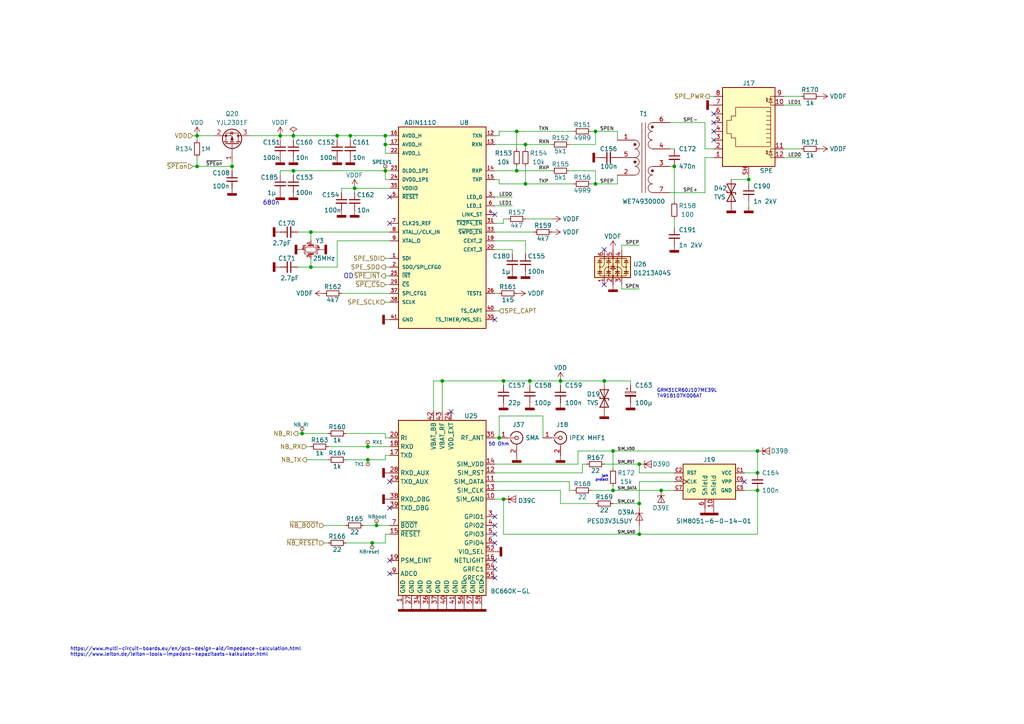
<source format=kicad_sch>
(kicad_sch (version 20211123) (generator eeschema)
  (paper "A4")
  (title_block (title "SOS Main") (date "2023-08-15") (rev "01.01") (comment 1 "CC BY 4.0"))
  (junction (at 67.31 48.26))
  (junction (at 172.72 53.34))
  (junction (at 111.76 41.91))
  (junction (at 146.05 110.49))
  (junction (at 175.26 110.49))
  (junction (at 109.22 152.4))
  (junction (at 195.58 48.26))
  (junction (at 106.68 133.35))
  (junction (at 217.17 52.07))
  (junction (at 153.67 110.49))
  (junction (at 149.86 38.1))
  (junction (at 146.05 144.78))
  (junction (at 219.71 137.16))
  (junction (at 97.79 39.37))
  (junction (at 90.17 67.31))
  (junction (at 149.86 49.53))
  (junction (at 185.42 134.62))
  (junction (at 111.76 39.37))
  (junction (at 162.56 110.49))
  (junction (at 191.77 142.24))
  (junction (at 90.17 77.47))
  (junction (at 152.4 53.34))
  (junction (at 185.42 146.05))
  (junction (at 144.78 127))
  (junction (at 219.71 142.24))
  (junction (at 177.8 130.81))
  (junction (at 85.09 39.37))
  (junction (at 219.71 130.81))
  (junction (at 57.15 39.37))
  (junction (at 101.6 39.37))
  (junction (at 111.76 49.53))
  (junction (at 177.8 142.24))
  (junction (at 81.28 39.37))
  (junction (at 185.42 154.94))
  (junction (at 128.27 110.49))
  (junction (at 87.63 125.73))
  (junction (at 85.09 49.53))
  (junction (at 152.4 41.91))
  (junction (at 57.15 48.26))
  (junction (at 107.95 157.48))
  (junction (at 102.87 54.61))
  (junction (at 106.68 129.54))
  (junction (at 172.72 38.1))
  (no_connect (at 143.51 154.94))
  (no_connect (at 175.26 72.39))
  (no_connect (at 207.01 33.02))
  (no_connect (at 113.03 139.7))
  (no_connect (at 207.01 40.64))
  (no_connect (at 113.03 64.77))
  (no_connect (at 143.51 62.23))
  (no_connect (at 113.03 57.15))
  (no_connect (at 130.81 119.38))
  (no_connect (at 143.51 167.64))
  (no_connect (at 207.01 35.56))
  (no_connect (at 207.01 38.1))
  (no_connect (at 175.26 82.55))
  (no_connect (at 215.9 139.7))
  (no_connect (at 143.51 152.4))
  (no_connect (at 113.03 147.32))
  (no_connect (at 143.51 157.48))
  (no_connect (at 113.03 166.37))
  (no_connect (at 143.51 165.1))
  (no_connect (at 143.51 162.56))
  (no_connect (at 143.51 149.86))
  (no_connect (at 113.03 162.56))
  (no_connect (at 143.51 92.71))
  (wire (pts (xy 111.76 82.55) (xy 113.03 82.55)))
  (wire (pts (xy 166.37 38.1) (xy 149.86 38.1)))
  (wire (pts (xy 179.07 53.34) (xy 179.07 50.8)))
  (wire (pts (xy 85.09 49.53) (xy 111.76 49.53)))
  (wire (pts (xy 55.88 48.26) (xy 57.15 48.26)))
  (wire (pts (xy 204.47 43.18) (xy 207.01 43.18)))
  (wire (pts (xy 88.9 133.35) (xy 95.25 133.35)))
  (wire (pts (xy 215.9 137.16) (xy 219.71 137.16)))
  (wire (pts (xy 146.05 110.49) (xy 146.05 111.76)))
  (wire (pts (xy 111.76 125.73) (xy 111.76 127)))
  (wire (pts (xy 128.27 110.49) (xy 146.05 110.49)))
  (wire (pts (xy 148.59 72.39) (xy 143.51 72.39)))
  (wire (pts (xy 128.27 110.49) (xy 128.27 119.38)))
  (wire (pts (xy 165.1 142.24) (xy 165.1 139.7)))
  (wire (pts (xy 227.33 27.94) (xy 232.41 27.94)))
  (wire (pts (xy 143.51 52.07) (xy 144.78 52.07)))
  (wire (pts (xy 113.03 52.07) (xy 111.76 52.07)))
  (wire (pts (xy 81.28 49.53) (xy 85.09 49.53)))
  (wire (pts (xy 143.51 49.53) (xy 149.86 49.53)))
  (wire (pts (xy 57.15 48.26) (xy 67.31 48.26)))
  (wire (pts (xy 146.05 63.5) (xy 146.05 64.77)))
  (wire (pts (xy 147.32 63.5) (xy 146.05 63.5)))
  (wire (pts (xy 152.4 53.34) (xy 144.78 53.34)))
  (wire (pts (xy 90.17 74.93) (xy 90.17 77.47)))
  (wire (pts (xy 162.56 146.05) (xy 162.56 142.24)))
  (wire (pts (xy 99.06 54.61) (xy 102.87 54.61)))
  (wire (pts (xy 109.22 152.4) (xy 113.03 152.4)))
  (wire (pts (xy 217.17 59.69) (xy 217.17 58.42)))
  (wire (pts (xy 175.26 110.49) (xy 182.88 110.49)))
  (wire (pts (xy 182.88 110.49) (xy 182.88 111.76)))
  (wire (pts (xy 217.17 52.07) (xy 217.17 50.8)))
  (wire (pts (xy 144.78 38.1) (xy 144.78 39.37)))
  (wire (pts (xy 149.86 38.1) (xy 144.78 38.1)))
  (wire (pts (xy 143.51 90.17) (xy 144.78 90.17)))
  (wire (pts (xy 100.33 133.35) (xy 106.68 133.35)))
  (wire (pts (xy 171.45 53.34) (xy 172.72 53.34)))
  (wire (pts (xy 175.26 110.49) (xy 175.26 111.76)))
  (wire (pts (xy 177.8 130.81) (xy 219.71 130.81)))
  (wire (pts (xy 171.45 142.24) (xy 177.8 142.24)))
  (wire (pts (xy 172.72 38.1) (xy 172.72 41.91)))
  (wire (pts (xy 194.31 55.88) (xy 204.47 55.88)))
  (wire (pts (xy 177.8 130.81) (xy 177.8 135.89)))
  (wire (pts (xy 97.79 69.85) (xy 113.03 69.85)))
  (wire (pts (xy 167.64 130.81) (xy 177.8 130.81)))
  (wire (pts (xy 219.71 130.81) (xy 219.71 137.16)))
  (wire (pts (xy 111.76 154.94) (xy 113.03 154.94)))
  (wire (pts (xy 125.73 110.49) (xy 128.27 110.49)))
  (wire (pts (xy 180.34 71.12) (xy 180.34 72.39)))
  (wire (pts (xy 180.34 82.55) (xy 180.34 83.82)))
  (wire (pts (xy 93.98 152.4) (xy 100.33 152.4)))
  (wire (pts (xy 185.42 154.94) (xy 219.71 154.94)))
  (wire (pts (xy 185.42 152.4) (xy 185.42 154.94)))
  (wire (pts (xy 99.06 55.88) (xy 99.06 54.61)))
  (wire (pts (xy 146.05 64.77) (xy 143.51 64.77)))
  (wire (pts (xy 72.39 39.37) (xy 81.28 39.37)))
  (wire (pts (xy 185.42 146.05) (xy 185.42 147.32)))
  (wire (pts (xy 81.28 50.8) (xy 81.28 49.53)))
  (wire (pts (xy 168.91 134.62) (xy 168.91 137.16)))
  (wire (pts (xy 170.18 134.62) (xy 168.91 134.62)))
  (wire (pts (xy 81.28 40.64) (xy 81.28 39.37)))
  (wire (pts (xy 162.56 110.49) (xy 175.26 110.49)))
  (wire (pts (xy 143.51 142.24) (xy 162.56 142.24)))
  (wire (pts (xy 148.59 73.66) (xy 148.59 72.39)))
  (wire (pts (xy 67.31 48.26) (xy 67.31 46.99)))
  (wire (pts (xy 146.05 144.78) (xy 146.05 154.94)))
  (wire (pts (xy 165.1 41.91) (xy 172.72 41.91)))
  (wire (pts (xy 111.76 39.37) (xy 113.03 39.37)))
  (wire (pts (xy 101.6 39.37) (xy 101.6 40.64)))
  (wire (pts (xy 143.51 39.37) (xy 144.78 39.37)))
  (wire (pts (xy 185.42 71.12) (xy 180.34 71.12)))
  (wire (pts (xy 177.8 146.05) (xy 185.42 146.05)))
  (wire (pts (xy 152.4 48.26) (xy 152.4 53.34)))
  (wire (pts (xy 172.72 146.05) (xy 162.56 146.05)))
  (wire (pts (xy 185.42 139.7) (xy 195.58 139.7)))
  (wire (pts (xy 204.47 35.56) (xy 204.47 43.18)))
  (wire (pts (xy 194.31 43.18) (xy 195.58 43.18)))
  (wire (pts (xy 57.15 45.72) (xy 57.15 48.26)))
  (wire (pts (xy 86.36 125.73) (xy 87.63 125.73)))
  (wire (pts (xy 149.86 49.53) (xy 160.02 49.53)))
  (wire (pts (xy 146.05 110.49) (xy 153.67 110.49)))
  (wire (pts (xy 171.45 38.1) (xy 172.72 38.1)))
  (wire (pts (xy 87.63 125.73) (xy 95.25 125.73)))
  (wire (pts (xy 97.79 40.64) (xy 97.79 39.37)))
  (wire (pts (xy 88.9 129.54) (xy 90.17 129.54)))
  (wire (pts (xy 227.33 30.48) (xy 232.41 30.48)))
  (wire (pts (xy 109.22 151.13) (xy 109.22 152.4)))
  (wire (pts (xy 85.09 39.37) (xy 85.09 40.64)))
  (wire (pts (xy 143.51 57.15) (xy 148.59 57.15)))
  (wire (pts (xy 106.68 129.54) (xy 113.03 129.54)))
  (wire (pts (xy 85.09 49.53) (xy 85.09 50.8)))
  (wire (pts (xy 217.17 52.07) (xy 217.17 53.34)))
  (wire (pts (xy 204.47 55.88) (xy 204.47 45.72)))
  (wire (pts (xy 97.79 77.47) (xy 97.79 69.85)))
  (wire (pts (xy 106.68 133.35) (xy 106.68 134.62)))
  (wire (pts (xy 111.76 132.08) (xy 113.03 132.08)))
  (wire (pts (xy 227.33 45.72) (xy 232.41 45.72)))
  (wire (pts (xy 172.72 49.53) (xy 172.72 53.34)))
  (wire (pts (xy 152.4 69.85) (xy 143.51 69.85)))
  (wire (pts (xy 205.74 27.94) (xy 207.01 27.94)))
  (wire (pts (xy 111.76 52.07) (xy 111.76 49.53)))
  (wire (pts (xy 204.47 45.72) (xy 207.01 45.72)))
  (wire (pts (xy 179.07 38.1) (xy 179.07 40.64)))
  (wire (pts (xy 67.31 48.26) (xy 67.31 49.53)))
  (wire (pts (xy 102.87 54.61) (xy 113.03 54.61)))
  (wire (pts (xy 165.1 49.53) (xy 172.72 49.53)))
  (wire (pts (xy 157.48 127) (xy 157.48 120.65)))
  (wire (pts (xy 162.56 110.49) (xy 162.56 111.76)))
  (wire (pts (xy 177.8 142.24) (xy 177.8 140.97)))
  (wire (pts (xy 157.48 120.65) (xy 144.78 120.65)))
  (wire (pts (xy 111.76 80.01) (xy 113.03 80.01)))
  (wire (pts (xy 111.76 87.63) (xy 113.03 87.63)))
  (wire (pts (xy 111.76 77.47) (xy 113.03 77.47)))
  (wire (pts (xy 194.31 48.26) (xy 195.58 48.26)))
  (wire (pts (xy 143.51 85.09) (xy 144.78 85.09)))
  (wire (pts (xy 143.51 134.62) (xy 167.64 134.62)))
  (wire (pts (xy 111.76 157.48) (xy 111.76 154.94)))
  (wire (pts (xy 143.51 139.7) (xy 165.1 139.7)))
  (wire (pts (xy 143.51 137.16) (xy 168.91 137.16)))
  (wire (pts (xy 146.05 154.94) (xy 185.42 154.94)))
  (wire (pts (xy 99.06 85.09) (xy 113.03 85.09)))
  (wire (pts (xy 102.87 54.61) (xy 102.87 55.88)))
  (wire (pts (xy 172.72 53.34) (xy 179.07 53.34)))
  (wire (pts (xy 153.67 110.49) (xy 162.56 110.49)))
  (wire (pts (xy 113.03 44.45) (xy 111.76 44.45)))
  (wire (pts (xy 106.68 128.27) (xy 106.68 129.54)))
  (wire (pts (xy 57.15 39.37) (xy 62.23 39.37)))
  (wire (pts (xy 55.88 39.37) (xy 57.15 39.37)))
  (wire (pts (xy 152.4 73.66) (xy 152.4 69.85)))
  (wire (pts (xy 106.68 133.35) (xy 111.76 133.35)))
  (wire (pts (xy 143.51 144.78) (xy 146.05 144.78)))
  (wire (pts (xy 166.37 53.34) (xy 152.4 53.34)))
  (wire (pts (xy 144.78 53.34) (xy 144.78 52.07)))
  (wire (pts (xy 93.98 157.48) (xy 95.25 157.48)))
  (wire (pts (xy 227.33 43.18) (xy 232.41 43.18)))
  (wire (pts (xy 191.77 142.24) (xy 195.58 142.24)))
  (wire (pts (xy 57.15 39.37) (xy 57.15 40.64)))
  (wire (pts (xy 185.42 134.62) (xy 185.42 137.16)))
  (wire (pts (xy 195.58 63.5) (xy 195.58 66.04)))
  (wire (pts (xy 111.76 49.53) (xy 113.03 49.53)))
  (wire (pts (xy 111.76 48.26) (xy 111.76 49.53)))
  (wire (pts (xy 194.31 35.56) (xy 204.47 35.56)))
  (wire (pts (xy 111.76 133.35) (xy 111.76 132.08)))
  (wire (pts (xy 97.79 39.37) (xy 101.6 39.37)))
  (wire (pts (xy 149.86 48.26) (xy 149.86 49.53)))
  (wire (pts (xy 101.6 39.37) (xy 111.76 39.37)))
  (wire (pts (xy 167.64 134.62) (xy 167.64 130.81)))
  (wire (pts (xy 125.73 110.49) (xy 125.73 119.38)))
  (wire (pts (xy 177.8 142.24) (xy 191.77 142.24)))
  (wire (pts (xy 90.17 67.31) (xy 90.17 69.85)))
  (wire (pts (xy 100.33 125.73) (xy 111.76 125.73)))
  (wire (pts (xy 180.34 83.82) (xy 185.42 83.82)))
  (wire (pts (xy 105.41 152.4) (xy 109.22 152.4)))
  (wire (pts (xy 100.33 157.48) (xy 107.95 157.48)))
  (wire (pts (xy 212.09 52.07) (xy 217.17 52.07)))
  (wire (pts (xy 87.63 124.46) (xy 87.63 125.73)))
  (wire (pts (xy 86.36 67.31) (xy 90.17 67.31)))
  (wire (pts (xy 152.4 41.91) (xy 160.02 41.91)))
  (wire (pts (xy 215.9 142.24) (xy 219.71 142.24)))
  (wire (pts (xy 111.76 41.91) (xy 111.76 39.37)))
  (wire (pts (xy 152.4 63.5) (xy 160.02 63.5)))
  (wire (pts (xy 85.09 39.37) (xy 97.79 39.37)))
  (wire (pts (xy 195.58 48.26) (xy 195.58 58.42)))
  (wire (pts (xy 153.67 110.49) (xy 153.67 111.76)))
  (wire (pts (xy 175.26 134.62) (xy 185.42 134.62)))
  (wire (pts (xy 113.03 41.91) (xy 111.76 41.91)))
  (wire (pts (xy 185.42 146.05) (xy 185.42 139.7)))
  (wire (pts (xy 86.36 77.47) (xy 90.17 77.47)))
  (wire (pts (xy 107.95 157.48) (xy 107.95 158.75)))
  (wire (pts (xy 107.95 157.48) (xy 111.76 157.48)))
  (wire (pts (xy 111.76 44.45) (xy 111.76 41.91)))
  (wire (pts (xy 166.37 142.24) (xy 165.1 142.24)))
  (wire (pts (xy 149.86 38.1) (xy 149.86 43.18)))
  (wire (pts (xy 152.4 41.91) (xy 152.4 43.18)))
  (wire (pts (xy 144.78 120.65) (xy 144.78 127)))
  (wire (pts (xy 143.51 67.31) (xy 154.94 67.31)))
  (wire (pts (xy 143.51 127) (xy 144.78 127)))
  (wire (pts (xy 81.28 39.37) (xy 85.09 39.37)))
  (wire (pts (xy 111.76 127) (xy 113.03 127)))
  (wire (pts (xy 172.72 38.1) (xy 179.07 38.1)))
  (wire (pts (xy 90.17 67.31) (xy 113.03 67.31)))
  (wire (pts (xy 143.51 59.69) (xy 148.59 59.69)))
  (wire (pts (xy 219.71 142.24) (xy 219.71 154.94)))
  (wire (pts (xy 143.51 41.91) (xy 152.4 41.91)))
  (wire (pts (xy 185.42 137.16) (xy 195.58 137.16)))
  (wire (pts (xy 111.76 74.93) (xy 113.03 74.93)))
  (wire (pts (xy 95.25 129.54) (xy 106.68 129.54)))
  (wire (pts (xy 90.17 77.47) (xy 97.79 77.47)))
  (text "GRM31CR60J107ME39L\nT491B107K006AT" (at 190.5 115.57 0) (effects (font (size 1 1)) (justify left bottom)))
  (text "680n" (at 76.2 59.69 0) (effects (font (size 1.27 1.27)) (justify left bottom)))
  (text "jam\nprotect" (at 176.53 139.7 180) (effects (font (size 0.7 0.7)) (justify right bottom)))
  (text "https://www.multi-circuit-boards.eu/en/pcb-design-aid/impedance-calculation.html\nhttps://www.leiton.de/leiton-tools-impedanz-kapazitaets-kalkulator.html" (at 20.32 190.5 0) (effects (font (size 1 1)) (justify left bottom)))
  (text "OD" (at 99.568 81.026 0) (effects (font (size 1.4 1.4)) (justify left bottom)))
  (text "50 Ohm" (at 141.605 129.54 0) (effects (font (size 1 1)) (justify left bottom)))
  (label "LED1" (at 232.41 30.48 180) (effects (font (size 1 1))))
  (label "SPEN" (at 185.42 83.82 180) (effects (font (size 1 1))))
  (label "SPE-" (at 198.12 35.56 0) (effects (font (size 1 1))))
  (label "SPEP" (at 185.42 71.12 180) (effects (font (size 1 1))))
  (label "LED0" (at 148.59 57.15 180) (effects (font (size 1 1))))
  (label "TXP" (at 156.21 53.34 0) (effects (font (size 1 1))))
  (label "SPEN" (at 173.99 38.1 0) (effects (font (size 1 1))))
  (label "SIM_DATA" (at 179.07 142.24 0) (effects (font (size 0.8 0.8))))
  (label "SIM_CLK" (at 179.07 146.05 0) (effects (font (size 0.8 0.8))))
  (label "LED0" (at 232.41 45.72 180) (effects (font (size 1 1))))
  (label "RXN" (at 156.21 41.91 0) (effects (font (size 1 1))))
  (label "SPEP" (at 173.99 53.34 0) (effects (font (size 1 1))))
  (label "SIM_VDD" (at 179.07 130.81 0) (effects (font (size 0.8 0.8))))
  (label "SIM_RST" (at 179.07 134.62 0) (effects (font (size 0.8 0.8))))
  (label "RXP" (at 156.21 49.53 0) (effects (font (size 1 1))))
  (label "SPE+" (at 198.12 55.88 0) (effects (font (size 1 1))))
  (label "LED1" (at 148.59 59.69 180) (effects (font (size 1 1))))
  (label "TXN" (at 156.21 38.1 0) (effects (font (size 1 1))))
  (label "~{SPEon}" (at 59.69 48.26 0) (effects (font (size 1 1))))
  (label "SIM_GND" (at 179.07 154.94 0) (effects (font (size 0.8 0.8))))
  (hierarchical_label "NB_RI" (shape output) (at 86.36 125.73 180))
  (hierarchical_label "SPE_CAPT" (shape input) (at 144.78 90.17 0))
  (hierarchical_label "~{SPE_INT}" (shape output) (at 111.76 80.01 180))
  (hierarchical_label "SPE_SDO" (shape output) (at 111.76 77.47 180))
  (hierarchical_label "VDD" (shape input) (at 55.88 39.37 180))
  (hierarchical_label "NB_RX" (shape input) (at 88.9 129.54 180))
  (hierarchical_label "~{SPE_CS}" (shape input) (at 111.76 82.55 180))
  (hierarchical_label "SPE_SDI" (shape input) (at 111.76 74.93 180))
  (hierarchical_label "~{NB_RESET}" (shape input) (at 93.98 157.48 180))
  (hierarchical_label "NB_TX" (shape output) (at 88.9 133.35 180))
  (hierarchical_label "~{NB_BOOT}" (shape input) (at 93.98 152.4 180))
  (hierarchical_label "SPE_PWR" (shape output) (at 205.74 27.94 180))
  (hierarchical_label "SPE_SCLK" (shape input) (at 111.76 87.63 180))
  (hierarchical_label "~{SPEon}" (shape input) (at 55.88 48.26 180))
  (symbol (lib_id "power:GNDD") (at 175.26 119.38 0) (unit 1)
    (property "Reference" "#PWR0333" (effects hide))
    (property "Value" "GNDD" (effects hide))
  )
  (symbol (lib_id "SIM8051-6-0-14-01-X-REVD:SIM8051-6-0-14-01-X-REVD") (at 205.74 139.7 0) (unit 1)
    (property "Reference" "J19" (at 205.74 133.35 0))
    (property "Value" "SIM8051-6-0-14-01" (at 207.01 151.13 0))
    (property "Footprint" "GCT_SIM8051-6-0-14-01-X-REVD" (effects hide))
    (property "MANUFACTURER" "GCT" (effects hide))
  )
  (symbol (lib_id "Device:R_Small") (at 149.86 63.5 90) (unit 1)
    (property "Reference" "R157" (at 149.86 61.595 90))
    (property "Value" "4k7" (at 149.86 65.405 90))
    (property "Footprint" "Resistor_SMD:R_0603_1608Metric" (effects hide))
  )
  (symbol (lib_id "power:GNDD") (at 116.84 175.26 0) (unit 1)
    (property "Reference" "#PWR0321" (effects hide))
    (property "Value" "GNDD" (effects hide))
  )
  (symbol (lib_id "Connector:TestPoint_Small") (at 106.68 128.27 0) (unit 1)
    (property "Reference" "TP25" (effects hide))
    (property "Value" "RX1" (at 107.95 128.27 0) (effects (font (size 1 1)) (justify left)))
    (property "Footprint" "TestPoint:TestPoint_THTPad_D1.0mm_Drill0.5mm" (effects hide))
  )
  (symbol (lib_id "Device:R_Small") (at 175.26 146.05 90) (unit 1)
    (property "Reference" "R169" (at 175.26 144.145 90))
    (property "Value" "22" (at 175.26 147.955 90))
    (property "Footprint" "Resistor_SMD:R_0603_1608Metric" (effects hide))
  )
  (symbol (lib_id "Device:R_Small") (at 102.87 152.4 90) (unit 1)
    (property "Reference" "R165" (at 102.87 150.495 90))
    (property "Value" "22" (at 102.87 154.305 90))
    (property "Footprint" "Resistor_SMD:R_0603_1608Metric" (effects hide))
  )
  (symbol (lib_id "power:VDDF") (at 160.02 63.5 270) (unit 1)
    (property "Reference" "#PWR0289" (effects hide))
    (property "Value" "VDDF" (at 163.195 63.5 90) (effects (justify left)))
  )
  (symbol (lib_id "Device:C_Small") (at 176.53 45.72 90) (unit 1)
    (property "Reference" "C156" (at 179.07 43.18 90) (effects (justify left)))
    (property "Value" "100n" (at 179.07 48.26 90) (effects (justify left)))
    (property "Footprint" "Capacitor_SMD:C_0603_1608Metric" (effects hide))
  )
  (symbol (lib_id "Device:R_Small") (at 168.91 38.1 90) (unit 1)
    (property "Reference" "R151" (at 168.91 36.195 90))
    (property "Value" "49R9" (at 168.91 40.005 90))
    (property "Footprint" "Resistor_SMD:R_0603_1608Metric" (effects hide))
  )
  (symbol (lib_id "power:GNDD") (at 162.56 116.84 0) (unit 1)
    (property "Reference" "#PWR0314" (effects hide))
    (property "Value" "GNDD" (effects hide))
  )
  (symbol (lib_id "Device:C_Small") (at 146.05 114.3 0) (unit 1)
    (property "Reference" "C157" (at 147.32 111.76 0) (effects (justify left)))
    (property "Value" "22p" (at 147.32 116.84 0) (effects (justify left)))
    (property "Footprint" "Capacitor_SMD:C_0603_1608Metric" (effects hide))
  )
  (symbol (lib_id "power:GNDD") (at 87.63 72.39 270) (unit 1)
    (property "Reference" "#PWR0109" (effects hide))
    (property "Value" "GNDD" (effects hide))
  )
  (symbol (lib_id "power:VDD") (at 162.56 110.49 0) (mirror y) (unit 1)
    (property "Reference" "#PWR0307" (effects hide))
    (property "Value" "VDD" (at 160.655 106.68 0) (effects (justify right)))
  )
  (symbol (lib_id "Device:C_Small") (at 83.82 77.47 270) (unit 1)
    (property "Reference" "C171" (at 80.645 74.93 90) (effects (justify left)))
    (property "Value" "2.7pF" (at 81.28 80.645 90) (effects (justify left)))
    (property "Footprint" "Capacitor_SMD:C_0603_1608Metric" (effects hide))
  )
  (symbol (lib_id "Device:R_Small") (at 97.79 133.35 90) (unit 1)
    (property "Reference" "R164" (at 97.79 131.445 90))
    (property "Value" "1k" (at 97.79 135.255 90))
    (property "Footprint" "Resistor_SMD:R_0603_1608Metric" (effects hide))
  )
  (symbol (lib_id "power:GNDD") (at 102.87 60.96 0) (unit 1)
    (property "Reference" "#PWR0288" (effects hide))
    (property "Value" "GNDD" (effects hide))
  )
  (symbol (lib_id "power:GNDD") (at 207.01 30.48 270) (unit 1)
    (property "Reference" "#PWR016" (effects hide))
    (property "Value" "GNDD" (effects hide))
  )
  (symbol (lib_id "power:GNDD") (at 177.8 82.55 0) (unit 1)
    (property "Reference" "#PWR0302" (effects hide))
    (property "Value" "GNDD" (effects hide))
  )
  (symbol (lib_id "Device:C_Small") (at 85.09 53.34 0) (unit 1)
    (property "Reference" "C153" (at 85.725 51.435 0) (effects (justify left)))
    (property "Value" "100n" (at 85.725 55.88 0) (effects (justify left)))
    (property "Footprint" "Capacitor_SMD:C_0603_1608Metric" (effects hide))
  )
  (symbol (lib_id "Power_Protection:NUP4202") (at 177.8 77.47 0) (unit 1)
    (property "Reference" "U26" (at 183.642 76.6353 0) (effects (justify left)))
    (property "Value" "D1213A04S" (at 183.642 79.1722 0) (effects (justify left)))
    (property "Footprint" "Package_TO_SOT_SMD:SOT-363_SC-70-6" (effects hide))
    (property "Datasheet" "http://www.onsemi.com/pub_link/Collateral/NUP4202W1-D.PDF" (effects hide))
  )
  (symbol (lib_id "power:GNDD") (at 113.03 144.78 270) (unit 1)
    (property "Reference" "#PWR0329" (effects hide))
    (property "Value" "GNDD" (effects hide))
  )
  (symbol (lib_id "power:GNDD") (at 67.31 54.61 0) (unit 1)
    (property "Reference" "#PWR0299" (effects hide))
    (property "Value" "GNDD" (effects hide))
  )
  (symbol (lib_id "Power_Protection:PESD3V3L5UY") (at 222.25 130.81 0) (unit 2)
    (property "Reference" "D39" (at 223.52 130.81 0) (effects (justify left)))
    (property "Value" "PESD3V3L5UY" (effects hide))
    (property "Footprint" "Package_TO_SOT_SMD:SOT-363_SC-70-6" (effects hide))
    (property "Datasheet" "https://assets.nexperia.com/documents/data-sheet/PESDXL5UF_V_Y.pdf" (effects hide))
  )
  (symbol (lib_id "Device:C_Small") (at 97.79 43.18 0) (unit 1)
    (property "Reference" "C152" (at 92.075 41.275 0) (effects (justify left)))
    (property "Value" "100n" (at 92.71 45.72 0) (effects (justify left)))
    (property "Footprint" "Capacitor_SMD:C_0603_1608Metric" (effects hide))
  )
  (symbol (lib_id "power:GNDD") (at 153.67 116.84 0) (unit 1)
    (property "Reference" "#PWR0313" (effects hide))
    (property "Value" "GNDD" (effects hide))
  )
  (symbol (lib_id "power:GNDD") (at 121.92 175.26 0) (unit 1)
    (property "Reference" "#PWR0317" (effects hide))
    (property "Value" "GNDD" (effects hide))
  )
  (symbol (lib_id "Device:C_Small") (at 83.82 67.31 90) (unit 1)
    (property "Reference" "C170" (at 85.725 64.77 90) (effects (justify left)))
    (property "Value" "2.7pF" (at 84.455 70.485 90) (effects (justify left)))
    (property "Footprint" "Capacitor_SMD:C_0603_1608Metric" (effects hide))
  )
  (symbol (lib_id "Device:D_TVS") (at 175.26 115.57 90) (unit 1)
    (property "Reference" "D19" (at 170.18 114.3 90) (effects (justify right)))
    (property "Value" "TVS" (at 170.18 116.84 90) (effects (justify right)))
    (property "Footprint" "Diode_SMD:D_SMA" (effects hide))
  )
  (symbol (lib_id "power:GNDD") (at 127 175.26 0) (unit 1)
    (property "Reference" "#PWR0320" (effects hide))
    (property "Value" "GNDD" (effects hide))
  )
  (symbol (lib_id "Device:R_Small") (at 92.71 129.54 90) (unit 1)
    (property "Reference" "R163" (at 92.71 127.635 90))
    (property "Value" "1k" (at 92.71 131.445 90))
    (property "Footprint" "Resistor_SMD:R_0603_1608Metric" (effects hide))
  )
  (symbol (lib_id "power:GNDD") (at 162.56 132.08 0) (unit 1)
    (property "Reference" "#PWR0334" (effects hide))
    (property "Value" "GNDD" (effects hide))
  )
  (symbol (lib_id "power:GNDD") (at 97.79 45.72 0) (unit 1)
    (property "Reference" "#PWR0283" (effects hide))
    (property "Value" "GNDD" (effects hide))
  )
  (symbol (lib_id "power:GNDD") (at 129.54 175.26 0) (unit 1)
    (property "Reference" "#PWR0322" (effects hide))
    (property "Value" "GNDD" (effects hide))
  )
  (symbol (lib_id "power:GNDD") (at 212.09 59.69 0) (unit 1)
    (property "Reference" "#PWR0305" (effects hide))
    (property "Value" "GNDD" (effects hide))
  )
  (symbol (lib_id "power:VDDF") (at 93.98 85.09 90) (mirror x) (unit 1)
    (property "Reference" "#PWR0297" (effects hide))
    (property "Value" "VDDF" (at 90.805 85.09 90) (effects (justify left)))
  )
  (symbol (lib_id "power:GNDD") (at 207.01 147.32 0) (unit 1)
    (property "Reference" "#PWR0331" (effects hide))
    (property "Value" "GNDD" (effects hide))
  )
  (symbol (lib_id "power:VDDF") (at 149.86 85.09 270) (unit 1)
    (property "Reference" "#PWR0294" (effects hide))
    (property "Value" "VDDF" (at 153.035 85.09 90) (effects (justify left)))
  )
  (symbol (lib_id "Connector:TestPoint_Small") (at 111.76 48.26 0) (unit 1)
    (property "Reference" "TP31" (effects hide))
    (property "Value" "SPE1V1" (at 107.95 46.99 0) (effects (font (size 1 1)) (justify left)))
    (property "Footprint" "TestPoint:TestPoint_THTPad_D1.0mm_Drill0.5mm" (effects hide))
  )
  (symbol (lib_id "Device:R_Small") (at 162.56 49.53 90) (unit 1)
    (property "Reference" "R155" (at 162.56 47.625 90))
    (property "Value" "5k1" (at 162.56 51.435 90))
    (property "Footprint" "Resistor_SMD:R_0603_1608Metric" (effects hide))
  )
  (symbol (lib_id "power:GNDD") (at 137.16 175.26 0) (unit 1)
    (property "Reference" "#PWR0325" (effects hide))
    (property "Value" "GNDD" (effects hide))
  )
  (symbol (lib_id "power:GNDD") (at 113.03 92.71 270) (mirror x) (unit 1)
    (property "Reference" "#PWR0295" (effects hide))
    (property "Value" "GNDD" (effects hide))
  )
  (symbol (lib_id "Connector:8P8C_LED_Shielded") (at 217.17 38.1 0) (mirror y) (unit 1)
    (property "Reference" "J17" (at 217.17 24.13 0))
    (property "Value" "SPE" (at 222.25 49.53 0))
    (property "Footprint" "Connector_RJ:RJ45_Amphenol_RJHSE538X" (effects hide))
  )
  (symbol (lib_id "Device:C_Small") (at 81.28 53.34 0) (unit 1)
    (property "Reference" "C185" (at 75.565 51.435 0) (effects (justify left)))
    (property "Value" "1µ" (at 77.47 55.88 0) (effects (justify left)))
    (property "Footprint" "Capacitor_SMD:C_0805_2012Metric" (effects hide))
  )
  (symbol (lib_id "power:GNDD") (at 149.86 132.08 0) (unit 1)
    (property "Reference" "#PWR0330" (effects hide))
    (property "Value" "GNDD" (effects hide))
  )
  (symbol (lib_id "Device:R_Small") (at 157.48 67.31 90) (unit 1)
    (property "Reference" "R159" (at 157.48 65.405 90))
    (property "Value" "4k7" (at 157.48 69.215 90))
    (property "Footprint" "Resistor_SMD:R_0603_1608Metric" (effects hide))
  )
  (symbol (lib_id "power:GNDD") (at 85.09 55.88 0) (mirror y) (unit 1)
    (property "Reference" "#PWR0286" (effects hide))
    (property "Value" "GNDD" (effects hide))
  )
  (symbol (lib_id "Device:R_Small") (at 172.72 134.62 90) (unit 1)
    (property "Reference" "R167" (at 172.72 132.715 90))
    (property "Value" "22" (at 172.72 136.525 90))
    (property "Footprint" "Resistor_SMD:R_0603_1608Metric" (effects hide))
  )
  (symbol (lib_id "Device:R_Small") (at 234.95 43.18 90) (unit 1)
    (property "Reference" "R171" (at 234.95 41.275 90))
    (property "Value" "1k" (at 234.95 45.085 90))
    (property "Footprint" "Resistor_SMD:R_0603_1608Metric" (effects hide))
  )
  (symbol (lib_id "power:GNDD") (at 81.28 67.31 270) (unit 1)
    (property "Reference" "#PWR0102" (effects hide))
    (property "Value" "GNDD" (effects hide))
  )
  (symbol (lib_id "power:GNDD") (at 152.4 78.74 0) (unit 1)
    (property "Reference" "#PWR0293" (effects hide))
    (property "Value" "GNDD" (effects hide))
  )
  (symbol (lib_id "Device:R_Small") (at 234.95 27.94 90) (unit 1)
    (property "Reference" "R170" (at 234.95 26.035 90))
    (property "Value" "1k" (at 234.95 29.845 90))
    (property "Footprint" "Resistor_SMD:R_0603_1608Metric" (effects hide))
  )
  (symbol (lib_id "power:GNDD") (at 92.71 72.39 90) (unit 1)
    (property "Reference" "#PWR0291" (effects hide))
    (property "Value" "GNDD" (effects hide))
  )
  (symbol (lib_id "Device:C_Small") (at 152.4 76.2 0) (unit 1)
    (property "Reference" "C155" (at 153.035 74.295 0) (effects (justify left)))
    (property "Value" "100n" (at 153.035 78.74 0) (effects (justify left)))
    (property "Footprint" "Capacitor_SMD:C_0603_1608Metric" (effects hide))
  )
  (symbol (lib_id "Connector:Conn_Coaxial") (at 162.56 127 0) (unit 1)
    (property "Reference" "J18" (at 161.29 123.19 0) (effects (justify left)))
    (property "Value" "IPEX MHF1" (at 165.1 127 0) (effects (justify left)))
    (property "Footprint" "Connector_Coaxial:U.FL_Hirose_U.FL-R-SMT-1_Vertical" (effects hide))
    (property "Datasheet" " ~" (effects hide))
  )
  (symbol (lib_id "power:GNDD") (at 134.62 175.26 0) (unit 1)
    (property "Reference" "#PWR0323" (effects hide))
    (property "Value" "GNDD" (effects hide))
  )
  (symbol (lib_id "Device:C_Polarized_Small") (at 182.88 114.3 0) (unit 1)
    (property "Reference" "C163" (at 184.15 111.76 0) (effects (justify left)))
    (property "Value" "100µ" (at 184.15 116.84 0) (effects (justify left)))
    (property "Footprint" "Capacitor_SMD:C_1206_3216Metric" (effects hide))
  )
  (symbol (lib_id "Device:R_Small") (at 177.8 138.43 180) (unit 1)
    (property "Reference" "R172" (at 181.61 137.16 0))
    (property "Value" "15k" (at 181.61 139.7 0))
    (property "Footprint" "Resistor_SMD:R_0603_1608Metric" (effects hide))
  )
  (symbol (lib_id "Device:R_Small") (at 168.91 53.34 90) (unit 1)
    (property "Reference" "R156" (at 168.91 51.435 90))
    (property "Value" "49R9" (at 168.91 55.245 90))
    (property "Footprint" "Resistor_SMD:R_0603_1608Metric" (effects hide))
  )
  (symbol (lib_id "Connector:Conn_Coaxial") (at 149.86 127 0) (unit 1)
    (property "Reference" "J37" (at 148.59 123.19 0) (effects (justify left)))
    (property "Value" "SMA" (at 152.4 127 0) (effects (justify left)))
    (property "Footprint" "Connector_Coaxial:SMA_Wurth_60312002114503_Vertical" (effects hide))
    (property "Datasheet" " ~" (effects hide))
  )
  (symbol (lib_id "power:GNDD") (at 182.88 116.84 0) (unit 1)
    (property "Reference" "#PWR0315" (effects hide))
    (property "Value" "GNDD" (effects hide))
  )
  (symbol (lib_id "power:GNDD") (at 173.99 45.72 270) (unit 1)
    (property "Reference" "#PWR0271" (effects hide))
    (property "Value" "GNDD" (effects hide))
  )
  (symbol (lib_id "Device:R_Small") (at 147.32 85.09 90) (unit 1)
    (property "Reference" "R161" (at 147.32 83.185 90))
    (property "Value" "1k5" (at 147.32 86.995 90))
    (property "Footprint" "Resistor_SMD:R_0603_1608Metric" (effects hide))
  )
  (symbol (lib_id "power:GNDD") (at 139.7 175.26 0) (unit 1)
    (property "Reference" "#PWR0326" (effects hide))
    (property "Value" "GNDD" (effects hide))
  )
  (symbol (lib_id "power:PWR_FLAG") (at 85.09 39.37 0) (unit 1)
    (property "Reference" "#FLG0121" (effects hide))
    (property "Value" "PWR_FLAG" (effects hide))
  )
  (symbol (lib_id "power:GNDD") (at 195.58 71.12 0) (unit 1)
    (property "Reference" "#PWR0272" (effects hide))
    (property "Value" "GNDD" (effects hide))
  )
  (symbol (lib_id "power:GNDD") (at 143.51 160.02 90) (unit 1)
    (property "Reference" "#PWR0316" (effects hide))
    (property "Value" "GNDD" (effects hide))
  )
  (symbol (lib_id "Device:Crystal_GND24_Small") (at 90.17 72.39 270) (unit 1)
    (property "Reference" "Y3" (at 92.71 69.85 90))
    (property "Value" "25MHz" (at 93.98 74.93 90))
    (property "Footprint" "Crystal:Crystal_SMD_2520-4Pin_2.5x2.0mm" (effects hide))
  )
  (symbol (lib_id "Device:R_Small") (at 97.79 125.73 90) (unit 1)
    (property "Reference" "R160" (at 97.79 123.825 90))
    (property "Value" "1k" (at 97.79 127.635 90))
    (property "Footprint" "Resistor_SMD:R_0603_1608Metric" (effects hide))
  )
  (symbol (lib_id "power:VDD") (at 57.15 39.37 0) (mirror y) (unit 1)
    (property "Reference" "#PWR0327" (effects hide))
    (property "Value" "VDD" (at 55.245 35.56 0) (effects (justify right)))
  )
  (symbol (lib_id "Device:R_Small") (at 162.56 41.91 90) (unit 1)
    (property "Reference" "R152" (at 162.56 40.005 90))
    (property "Value" "5k1" (at 162.56 43.815 90))
    (property "Footprint" "Resistor_SMD:R_0603_1608Metric" (effects hide))
  )
  (symbol (lib_id "power:GNDD") (at 113.03 137.16 270) (unit 1)
    (property "Reference" "#PWR0328" (effects hide))
    (property "Value" "GNDD" (effects hide))
  )
  (symbol (lib_id "Device:Q_PMOS_GSD") (at 67.31 41.91 270) (mirror x) (unit 1)
    (property "Reference" "Q20" (at 67.31 33.02 90))
    (property "Value" "YJL2301F" (at 67.31 35.56 90))
    (property "Footprint" "Package_TO_SOT_SMD:SOT-23" (effects hide))
  )
  (symbol (lib_id "power:VDDF") (at 177.8 72.39 0) (unit 1)
    (property "Reference" "#PWR0335" (effects hide))
    (property "Value" "VDDF" (at 175.26 68.58 0) (effects (justify left)))
  )
  (symbol (lib_id "Connector:TestPoint_Small") (at 107.95 158.75 0) (unit 1)
    (property "Reference" "TP34" (effects hide))
    (property "Value" "NBreset" (at 104.14 160.02 0) (effects (font (size 1 1)) (justify left)))
    (property "Footprint" "TestPoint:TestPoint_THTPad_D1.0mm_Drill0.5mm" (effects hide))
  )
  (symbol (lib_id "Power_Protection:PESD3V3L5UY") (at 185.42 149.86 270) (unit 1)
    (property "Reference" "D39" (at 179.07 148.59 90) (effects (justify left)))
    (property "Value" "PESD3V3L5UY" (at 170.18 151.13 90) (effects (justify left)))
    (property "Footprint" "Package_TO_SOT_SMD:SOT-363_SC-70-6" (effects hide))
    (property "Datasheet" "https://assets.nexperia.com/documents/data-sheet/PESDXL5UF_V_Y.pdf" (effects hide))
  )
  (symbol (lib_id "Device:C_Small") (at 67.31 52.07 0) (unit 1)
    (property "Reference" "C108" (at 61.595 50.165 0) (effects (justify left)))
    (property "Value" "100n" (at 61.595 53.975 0) (effects (justify left)))
    (property "Footprint" "Capacitor_SMD:C_0603_1608Metric" (effects hide))
  )
  (symbol (lib_id "power:VDDF") (at 102.87 54.61 0) (unit 1)
    (property "Reference" "#PWR0298" (effects hide))
    (property "Value" "VDDF" (at 100.33 50.8 0) (effects (justify left)))
  )
  (symbol (lib_id "power:GNDD") (at 148.59 78.74 0) (unit 1)
    (property "Reference" "#PWR0292" (effects hide))
    (property "Value" "GNDD" (effects hide))
  )
  (symbol (lib_id "power:VDDF") (at 237.49 27.94 270) (unit 1)
    (property "Reference" "#PWR0304" (effects hide))
    (property "Value" "VDDF" (at 240.665 27.94 90) (effects (justify left)))
  )
  (symbol (lib_id "power:VDDF") (at 237.49 43.18 270) (unit 1)
    (property "Reference" "#PWR0303" (effects hide))
    (property "Value" "VDDF" (at 240.665 43.18 90) (effects (justify left)))
  )
  (symbol (lib_id "power:GNDD") (at 81.28 45.72 0) (unit 1)
    (property "Reference" "#PWR0280" (effects hide))
    (property "Value" "GNDD" (effects hide))
  )
  (symbol (lib_id "Device:C_Small") (at 162.56 114.3 0) (unit 1)
    (property "Reference" "C159" (at 163.83 111.76 0) (effects (justify left)))
    (property "Value" "100n" (at 163.83 116.84 0) (effects (justify left)))
    (property "Footprint" "Capacitor_SMD:C_0603_1608Metric" (effects hide))
  )
  (symbol (lib_id "Device:R_Small") (at 168.91 142.24 90) (unit 1)
    (property "Reference" "R168" (at 168.91 140.335 90))
    (property "Value" "22" (at 168.91 144.145 90))
    (property "Footprint" "Resistor_SMD:R_0603_1608Metric" (effects hide))
  )
  (symbol (lib_id "Power_Protection:PESD3V3L5UY") (at 187.96 134.62 0) (unit 4)
    (property "Reference" "D39" (at 189.23 134.62 0) (effects (justify left)))
    (property "Value" "PESD3V3L5UY" (effects hide))
    (property "Footprint" "Package_TO_SOT_SMD:SOT-363_SC-70-6" (effects hide))
    (property "Datasheet" "https://assets.nexperia.com/documents/data-sheet/PESDXL5UF_V_Y.pdf" (effects hide))
  )
  (symbol (lib_id "Device:C_Small") (at 219.71 139.7 0) (unit 1)
    (property "Reference" "C164" (at 220.98 137.16 0) (effects (justify left)))
    (property "Value" "100n" (at 220.98 142.24 0) (effects (justify left)))
    (property "Footprint" "Capacitor_SMD:C_0603_1608Metric" (effects hide))
  )
  (symbol (lib_id "Device:C_Small") (at 217.17 55.88 0) (unit 1)
    (property "Reference" "C190" (at 218.44 53.975 0) (effects (justify left)))
    (property "Value" "1n 2kV" (at 218.44 58.42 0) (effects (justify left)))
    (property "Footprint" "Capacitor_SMD:C_1206_3216Metric" (effects hide))
  )
  (symbol (lib_id "Device:D_TVS") (at 212.09 55.88 90) (unit 1)
    (property "Reference" "D42" (at 207.01 54.61 90) (effects (justify right)))
    (property "Value" "TVS" (at 207.01 57.15 90) (effects (justify right)))
    (property "Footprint" "Diode_SMD:D_SMA" (effects hide))
  )
  (symbol (lib_id "power:GNDD") (at 81.28 55.88 0) (unit 1)
    (property "Reference" "#PWR0285" (effects hide))
    (property "Value" "GNDD" (effects hide))
  )
  (symbol (lib_id "Power_Protection:PESD3V3L5UY") (at 148.59 144.78 0) (unit 3)
    (property "Reference" "D39" (at 150.241 145.2138 0) (effects (justify left)))
    (property "Value" "PESD3V3L5UY" (effects hide))
    (property "Footprint" "Package_TO_SOT_SMD:SOT-363_SC-70-6" (effects hide))
    (property "Datasheet" "https://assets.nexperia.com/documents/data-sheet/PESDXL5UF_V_Y.pdf" (effects hide))
  )
  (symbol (lib_id "power:GNDD") (at 81.28 77.47 270) (unit 1)
    (property "Reference" "#PWR0101" (effects hide))
    (property "Value" "GNDD" (effects hide))
  )
  (symbol (lib_id "power:GNDD") (at 124.46 175.26 0) (unit 1)
    (property "Reference" "#PWR0319" (effects hide))
    (property "Value" "GNDD" (effects hide))
  )
  (symbol (lib_id "power:GNDD") (at 132.08 175.26 0) (unit 1)
    (property "Reference" "#PWR0324" (effects hide))
    (property "Value" "GNDD" (effects hide))
  )
  (symbol (lib_id "Device:R_Small") (at 57.15 43.18 180) (unit 1)
    (property "Reference" "R134" (at 53.34 43.18 0))
    (property "Value" "1M" (at 59.69 43.18 0))
    (property "Footprint" "Resistor_SMD:R_0805_2012Metric" (effects hide))
  )
  (symbol (lib_id "Device:R_Small") (at 152.4 45.72 180) (unit 1)
    (property "Reference" "R154" (at 156.21 44.45 0))
    (property "Value" "10k" (at 156.21 46.99 0))
    (property "Footprint" "Resistor_SMD:R_0603_1608Metric" (effects hide))
  )
  (symbol (lib_id "power:GNDD") (at 99.06 60.96 0) (unit 1)
    (property "Reference" "#PWR0287" (effects hide))
    (property "Value" "GNDD" (effects hide))
  )
  (symbol (lib_id "power:GNDD") (at 101.6 45.72 0) (unit 1)
    (property "Reference" "#PWR0284" (effects hide))
    (property "Value" "GNDD" (effects hide))
  )
  (symbol (lib_id "power:GNDD") (at 204.47 147.32 0) (unit 1)
    (property "Reference" "#PWR0332" (effects hide))
    (property "Value" "GNDD" (effects hide))
  )
  (symbol (lib_id "Device:C_Small") (at 81.28 43.18 0) (unit 1)
    (property "Reference" "C151" (at 76.2 41.275 0) (effects (justify left)))
    (property "Value" "100n" (at 76.2 45.72 0) (effects (justify left)))
    (property "Footprint" "Capacitor_SMD:C_0603_1608Metric" (effects hide))
  )
  (symbol (lib_id "ADIN1110:ADIN1110") (at 128.27 69.85 0) (unit 1)
    (property "Reference" "U8" (at 134.62 35.56 0))
    (property "Value" "ADIN1110" (at 121.92 35.56 0))
    (property "Footprint" "Package_DFN_QFN:HVQFN-40-1EP_6x6mm_P0.5mm_EP4.1x4.1mm" (effects hide))
    (property "PROD_ID" "IC-16335" (effects hide))
  )
  (symbol (lib_id "power:GNDD") (at 217.17 59.69 0) (unit 1)
    (property "Reference" "#PWR0306" (effects hide))
    (property "Value" "GNDD" (effects hide))
  )
  (symbol (lib_id "Device:C_Small") (at 99.06 58.42 0) (unit 1)
    (property "Reference" "C154" (at 93.345 56.515 0) (effects (justify left)))
    (property "Value" "100n" (at 93.98 60.96 0) (effects (justify left)))
    (property "Footprint" "Capacitor_SMD:C_0603_1608Metric" (effects hide))
  )
  (symbol (lib_id "Device:C_Small") (at 153.67 114.3 0) (unit 1)
    (property "Reference" "C158" (at 154.94 111.76 0) (effects (justify left)))
    (property "Value" "100p" (at 154.94 116.84 0) (effects (justify left)))
    (property "Footprint" "Capacitor_SMD:C_0603_1608Metric" (effects hide))
  )
  (symbol (lib_id "ADIN1110:Trafo_WE74930000") (at 186.69 45.72 0) (unit 1)
    (property "Reference" "T1" (at 186.69 33.02 0))
    (property "Value" "WE74930000" (at 186.69 58.42 0))
    (property "Footprint" "Join:Transformer_Wuerth_74930000" (effects hide))
  )
  (symbol (lib_id "power:GNDD") (at 119.38 175.26 0) (unit 1)
    (property "Reference" "#PWR0318" (effects hide))
    (property "Value" "GNDD" (effects hide))
  )
  (symbol (lib_id "Device:C_Small") (at 101.6 43.18 0) (mirror y) (unit 1)
    (property "Reference" "C161" (at 107.315 41.275 0) (effects (justify left)))
    (property "Value" "10n" (at 106.045 45.72 0) (effects (justify left)))
    (property "Footprint" "Capacitor_SMD:C_0603_1608Metric" (effects hide))
  )
  (symbol (lib_id "Device:C_Small") (at 195.58 68.58 0) (unit 1)
    (property "Reference" "C191" (at 196.85 66.675 0) (effects (justify left)))
    (property "Value" "1n 2kV" (at 196.85 71.12 0) (effects (justify left)))
    (property "Footprint" "Capacitor_SMD:C_1206_3216Metric" (effects hide))
  )
  (symbol (lib_id "Connector:TestPoint_Small") (at 109.22 151.13 0) (unit 1)
    (property "Reference" "TP33" (effects hide))
    (property "Value" "NBboot" (at 106.68 149.86 0) (effects (font (size 1 1)) (justify left)))
    (property "Footprint" "TestPoint:TestPoint_THTPad_D1.0mm_Drill0.5mm" (effects hide))
  )
  (symbol (lib_id "Device:R_Small") (at 149.86 45.72 180) (unit 1)
    (property "Reference" "R153" (at 146.05 44.45 0))
    (property "Value" "10k" (at 146.05 46.99 0))
    (property "Footprint" "Resistor_SMD:R_0603_1608Metric" (effects hide))
  )
  (symbol (lib_id "Device:R_Small") (at 96.52 85.09 270) (mirror x) (unit 1)
    (property "Reference" "R162" (at 96.52 83.185 90))
    (property "Value" "4k7" (at 96.52 86.995 90))
    (property "Footprint" "Resistor_SMD:R_0603_1608Metric" (effects hide))
  )
  (symbol (lib_id "Device:C_Small") (at 148.59 76.2 0) (unit 1)
    (property "Reference" "C180" (at 142.875 74.295 0) (effects (justify left)))
    (property "Value" "1µ" (at 145.415 78.74 0) (effects (justify left)))
    (property "Footprint" "Capacitor_SMD:C_0805_2012Metric" (effects hide))
  )
  (symbol (lib_id "Device:C_Small") (at 102.87 58.42 0) (mirror y) (unit 1)
    (property "Reference" "C162" (at 108.585 56.515 0) (effects (justify left)))
    (property "Value" "10n" (at 107.315 60.96 0) (effects (justify left)))
    (property "Footprint" "Capacitor_SMD:C_0603_1608Metric" (effects hide))
  )
  (symbol (lib_id "Power_Protection:PESD3V3L5UY") (at 191.77 144.78 270) (unit 5)
    (property "Reference" "D39" (at 189.23 147.32 90) (effects (justify left)))
    (property "Value" "PESD3V3L5UY" (effects hide))
    (property "Footprint" "Package_TO_SOT_SMD:SOT-363_SC-70-6" (effects hide))
    (property "Datasheet" "https://assets.nexperia.com/documents/data-sheet/PESDXL5UF_V_Y.pdf" (effects hide))
  )
  (symbol (lib_id "power:GNDD") (at 85.09 45.72 0) (unit 1)
    (property "Reference" "#PWR0282" (effects hide))
    (property "Value" "GNDD" (effects hide))
  )
  (symbol (lib_id "Connector:TestPoint_Small") (at 87.63 124.46 0) (unit 1)
    (property "Reference" "TP35" (effects hide))
    (property "Value" "NB_RI" (at 85.09 123.19 0) (effects (font (size 1 1)) (justify left)))
    (property "Footprint" "TestPoint:TestPoint_THTPad_D1.0mm_Drill0.5mm" (effects hide))
  )
  (symbol (lib_id "Device:C_Small") (at 195.58 45.72 0) (unit 1)
    (property "Reference" "C172" (at 196.85 43.18 0) (effects (justify left)))
    (property "Value" "470n" (at 196.85 48.26 0) (effects (justify left)))
    (property "Footprint" "Capacitor_SMD:C_0805_2012Metric" (effects hide))
  )
  (symbol (lib_id "Connector:TestPoint_Small") (at 106.68 134.62 0) (unit 1)
    (property "Reference" "TP24" (effects hide))
    (property "Value" "TX1" (at 102.87 134.62 0) (effects (font (size 1 1)) (justify left)))
    (property "Footprint" "TestPoint:TestPoint_THTPad_D1.0mm_Drill0.5mm" (effects hide))
  )
  (symbol (lib_id "power:GNDD") (at 146.05 116.84 0) (unit 1)
    (property "Reference" "#PWR0308" (effects hide))
    (property "Value" "GNDD" (effects hide))
  )
  (symbol (lib_id "Device:C_Small") (at 85.09 43.18 0) (mirror y) (unit 1)
    (property "Reference" "C160" (at 90.805 41.275 0) (effects (justify left)))
    (property "Value" "10n" (at 89.535 45.72 0) (effects (justify left)))
    (property "Footprint" "Capacitor_SMD:C_0603_1608Metric" (effects hide))
  )
  (symbol (lib_id "power:VDDF") (at 81.28 39.37 0) (unit 1)
    (property "Reference" "#PWR0296" (effects hide))
    (property "Value" "VDDF" (at 78.74 35.56 0) (effects (justify left)))
  )
  (symbol (lib_id "Device:R_Small") (at 195.58 60.96 180) (unit 1)
    (property "Reference" "R158" (at 199.39 59.69 0))
    (property "Value" "100" (at 199.39 62.23 0))
    (property "Footprint" "Resistor_SMD:R_0603_1608Metric" (effects hide))
  )
  (symbol (lib_id "power:VDDF") (at 160.02 67.31 270) (unit 1)
    (property "Reference" "#PWR0290" (effects hide))
    (property "Value" "VDDF" (at 163.195 67.31 90) (effects (justify left)))
  )
  (symbol (lib_id "Quectel:BC660") (at 128.27 147.32 0) (unit 1)
    (property "Reference" "U25" (at 134.62 120.65 0) (effects (justify left)))
    (property "Value" "BC660K-GL" (at 142.24 171.45 0) (effects (justify left)))
    (property "Footprint" "Quectel:Quectel_BC660" (effects hide))
    (property "Datasheet" "https" (effects hide))
  )
  (symbol (lib_id "Device:R_Small") (at 97.79 157.48 90) (unit 1)
    (property "Reference" "R166" (at 97.79 155.575 90))
    (property "Value" "22" (at 97.79 159.385 90))
    (property "Footprint" "Resistor_SMD:R_0603_1608Metric" (effects hide))
  )
)
</source>
